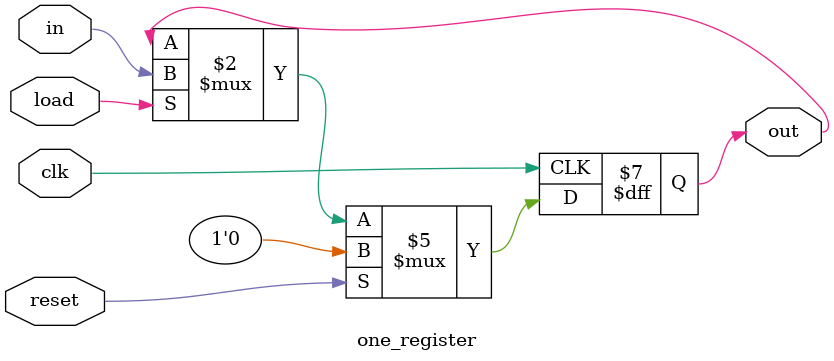
<source format=sv>
module one_register

	(	input logic in,
		input logic clk, reset, load,
		output logic out );
		always_ff @ (posedge clk)
		begin
			if (reset)
				out <= 0;
			else if (load)
				out <= in;	
		end	
		
endmodule
	
	
		
					
</source>
